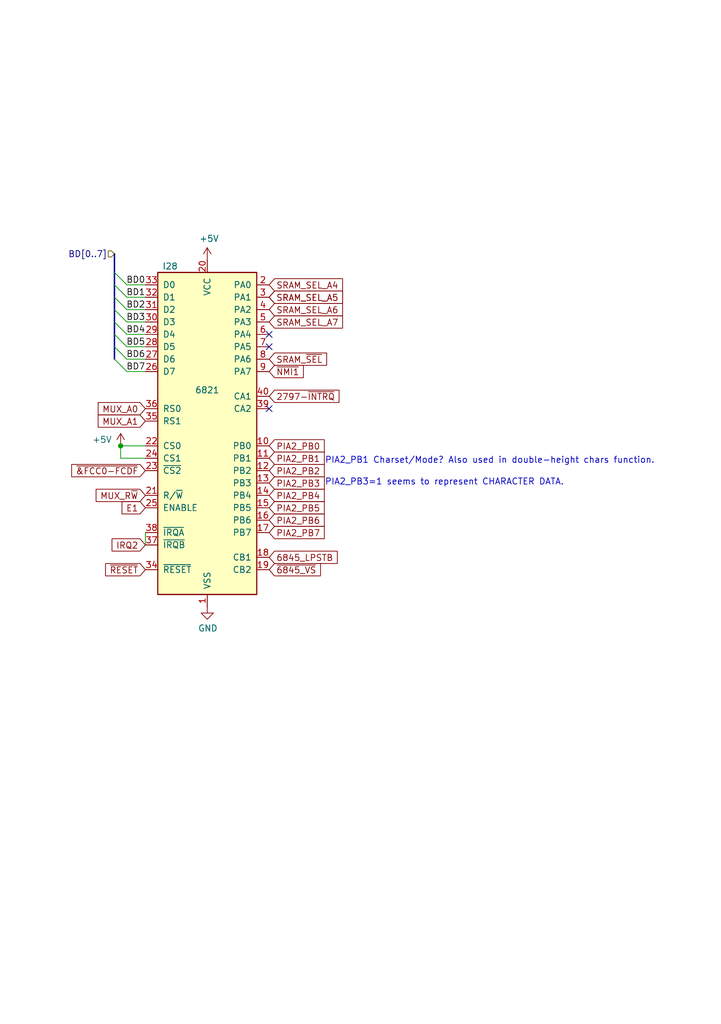
<source format=kicad_sch>
(kicad_sch (version 20211123) (generator eeschema)

  (uuid 2c7f194e-4495-4fdc-8feb-e71a81fd860a)

  (paper "A5" portrait)

  (title_block
    (date "2022-06-08")
    (rev "0.2")
    (company "DragonPlus Electronics")
    (comment 1 "John Whitworth")
    (comment 3 "including Richard Harding's Dragon Beta PCB images.")
    (comment 4 "Reverse Engineering of Dragon Beta from various sources")
  )

  (lib_symbols
    (symbol "Interface:6821" (pin_names (offset 1.016)) (in_bom yes) (on_board yes)
      (property "Reference" "U" (id 0) (at -7.62 34.29 0)
        (effects (font (size 1.27 1.27)) (justify right))
      )
      (property "Value" "6821" (id 1) (at 10.16 34.29 0)
        (effects (font (size 1.27 1.27)) (justify right))
      )
      (property "Footprint" "Package_DIP:DIP-40_W15.24mm" (id 2) (at 1.27 -34.29 0)
        (effects (font (size 1.27 1.27)) (justify left) hide)
      )
      (property "Datasheet" "http://pdf.datasheetcatalog.com/datasheet/motorola/6821.pdf" (id 3) (at 0 0 0)
        (effects (font (size 1.27 1.27)) hide)
      )
      (property "ki_keywords" "PIA" (id 4) (at 0 0 0)
        (effects (font (size 1.27 1.27)) hide)
      )
      (property "ki_description" "Peripheral Interface Adapter 1MHz, DIP-40" (id 5) (at 0 0 0)
        (effects (font (size 1.27 1.27)) hide)
      )
      (property "ki_fp_filters" "DIP*W15.24mm*" (id 6) (at 0 0 0)
        (effects (font (size 1.27 1.27)) hide)
      )
      (symbol "6821_0_1"
        (rectangle (start -10.16 -33.02) (end 10.16 33.02)
          (stroke (width 0.254) (type default) (color 0 0 0 0))
          (fill (type background))
        )
      )
      (symbol "6821_1_1"
        (pin power_in line (at 0 -35.56 90) (length 2.54)
          (name "VSS" (effects (font (size 1.27 1.27))))
          (number "1" (effects (font (size 1.27 1.27))))
        )
        (pin bidirectional line (at 12.7 -2.54 180) (length 2.54)
          (name "PB0" (effects (font (size 1.27 1.27))))
          (number "10" (effects (font (size 1.27 1.27))))
        )
        (pin bidirectional line (at 12.7 -5.08 180) (length 2.54)
          (name "PB1" (effects (font (size 1.27 1.27))))
          (number "11" (effects (font (size 1.27 1.27))))
        )
        (pin bidirectional line (at 12.7 -7.62 180) (length 2.54)
          (name "PB2" (effects (font (size 1.27 1.27))))
          (number "12" (effects (font (size 1.27 1.27))))
        )
        (pin bidirectional line (at 12.7 -10.16 180) (length 2.54)
          (name "PB3" (effects (font (size 1.27 1.27))))
          (number "13" (effects (font (size 1.27 1.27))))
        )
        (pin bidirectional line (at 12.7 -12.7 180) (length 2.54)
          (name "PB4" (effects (font (size 1.27 1.27))))
          (number "14" (effects (font (size 1.27 1.27))))
        )
        (pin bidirectional line (at 12.7 -15.24 180) (length 2.54)
          (name "PB5" (effects (font (size 1.27 1.27))))
          (number "15" (effects (font (size 1.27 1.27))))
        )
        (pin bidirectional line (at 12.7 -17.78 180) (length 2.54)
          (name "PB6" (effects (font (size 1.27 1.27))))
          (number "16" (effects (font (size 1.27 1.27))))
        )
        (pin bidirectional line (at 12.7 -20.32 180) (length 2.54)
          (name "PB7" (effects (font (size 1.27 1.27))))
          (number "17" (effects (font (size 1.27 1.27))))
        )
        (pin input line (at 12.7 -25.4 180) (length 2.54)
          (name "CB1" (effects (font (size 1.27 1.27))))
          (number "18" (effects (font (size 1.27 1.27))))
        )
        (pin bidirectional line (at 12.7 -27.94 180) (length 2.54)
          (name "CB2" (effects (font (size 1.27 1.27))))
          (number "19" (effects (font (size 1.27 1.27))))
        )
        (pin bidirectional line (at 12.7 30.48 180) (length 2.54)
          (name "PA0" (effects (font (size 1.27 1.27))))
          (number "2" (effects (font (size 1.27 1.27))))
        )
        (pin power_in line (at 0 35.56 270) (length 2.54)
          (name "VCC" (effects (font (size 1.27 1.27))))
          (number "20" (effects (font (size 1.27 1.27))))
        )
        (pin input line (at -12.7 -12.7 0) (length 2.54)
          (name "R/~{W}" (effects (font (size 1.27 1.27))))
          (number "21" (effects (font (size 1.27 1.27))))
        )
        (pin input line (at -12.7 -2.54 0) (length 2.54)
          (name "CS0" (effects (font (size 1.27 1.27))))
          (number "22" (effects (font (size 1.27 1.27))))
        )
        (pin input line (at -12.7 -7.62 0) (length 2.54)
          (name "~{CS2}" (effects (font (size 1.27 1.27))))
          (number "23" (effects (font (size 1.27 1.27))))
        )
        (pin input line (at -12.7 -5.08 0) (length 2.54)
          (name "CS1" (effects (font (size 1.27 1.27))))
          (number "24" (effects (font (size 1.27 1.27))))
        )
        (pin input line (at -12.7 -15.24 0) (length 2.54)
          (name "ENABLE" (effects (font (size 1.27 1.27))))
          (number "25" (effects (font (size 1.27 1.27))))
        )
        (pin bidirectional line (at -12.7 12.7 0) (length 2.54)
          (name "D7" (effects (font (size 1.27 1.27))))
          (number "26" (effects (font (size 1.27 1.27))))
        )
        (pin bidirectional line (at -12.7 15.24 0) (length 2.54)
          (name "D6" (effects (font (size 1.27 1.27))))
          (number "27" (effects (font (size 1.27 1.27))))
        )
        (pin bidirectional line (at -12.7 17.78 0) (length 2.54)
          (name "D5" (effects (font (size 1.27 1.27))))
          (number "28" (effects (font (size 1.27 1.27))))
        )
        (pin bidirectional line (at -12.7 20.32 0) (length 2.54)
          (name "D4" (effects (font (size 1.27 1.27))))
          (number "29" (effects (font (size 1.27 1.27))))
        )
        (pin bidirectional line (at 12.7 27.94 180) (length 2.54)
          (name "PA1" (effects (font (size 1.27 1.27))))
          (number "3" (effects (font (size 1.27 1.27))))
        )
        (pin bidirectional line (at -12.7 22.86 0) (length 2.54)
          (name "D3" (effects (font (size 1.27 1.27))))
          (number "30" (effects (font (size 1.27 1.27))))
        )
        (pin bidirectional line (at -12.7 25.4 0) (length 2.54)
          (name "D2" (effects (font (size 1.27 1.27))))
          (number "31" (effects (font (size 1.27 1.27))))
        )
        (pin bidirectional line (at -12.7 27.94 0) (length 2.54)
          (name "D1" (effects (font (size 1.27 1.27))))
          (number "32" (effects (font (size 1.27 1.27))))
        )
        (pin bidirectional line (at -12.7 30.48 0) (length 2.54)
          (name "D0" (effects (font (size 1.27 1.27))))
          (number "33" (effects (font (size 1.27 1.27))))
        )
        (pin input line (at -12.7 -27.94 0) (length 2.54)
          (name "~{RESET}" (effects (font (size 1.27 1.27))))
          (number "34" (effects (font (size 1.27 1.27))))
        )
        (pin input line (at -12.7 2.54 0) (length 2.54)
          (name "RS1" (effects (font (size 1.27 1.27))))
          (number "35" (effects (font (size 1.27 1.27))))
        )
        (pin input line (at -12.7 5.08 0) (length 2.54)
          (name "RS0" (effects (font (size 1.27 1.27))))
          (number "36" (effects (font (size 1.27 1.27))))
        )
        (pin open_collector line (at -12.7 -22.86 0) (length 2.54)
          (name "~{IRQB}" (effects (font (size 1.27 1.27))))
          (number "37" (effects (font (size 1.27 1.27))))
        )
        (pin open_collector line (at -12.7 -20.32 0) (length 2.54)
          (name "~{IRQA}" (effects (font (size 1.27 1.27))))
          (number "38" (effects (font (size 1.27 1.27))))
        )
        (pin bidirectional line (at 12.7 5.08 180) (length 2.54)
          (name "CA2" (effects (font (size 1.27 1.27))))
          (number "39" (effects (font (size 1.27 1.27))))
        )
        (pin bidirectional line (at 12.7 25.4 180) (length 2.54)
          (name "PA2" (effects (font (size 1.27 1.27))))
          (number "4" (effects (font (size 1.27 1.27))))
        )
        (pin input line (at 12.7 7.62 180) (length 2.54)
          (name "CA1" (effects (font (size 1.27 1.27))))
          (number "40" (effects (font (size 1.27 1.27))))
        )
        (pin bidirectional line (at 12.7 22.86 180) (length 2.54)
          (name "PA3" (effects (font (size 1.27 1.27))))
          (number "5" (effects (font (size 1.27 1.27))))
        )
        (pin bidirectional line (at 12.7 20.32 180) (length 2.54)
          (name "PA4" (effects (font (size 1.27 1.27))))
          (number "6" (effects (font (size 1.27 1.27))))
        )
        (pin bidirectional line (at 12.7 17.78 180) (length 2.54)
          (name "PA5" (effects (font (size 1.27 1.27))))
          (number "7" (effects (font (size 1.27 1.27))))
        )
        (pin bidirectional line (at 12.7 15.24 180) (length 2.54)
          (name "PA6" (effects (font (size 1.27 1.27))))
          (number "8" (effects (font (size 1.27 1.27))))
        )
        (pin bidirectional line (at 12.7 12.7 180) (length 2.54)
          (name "PA7" (effects (font (size 1.27 1.27))))
          (number "9" (effects (font (size 1.27 1.27))))
        )
      )
    )
    (symbol "power:+5V" (power) (pin_names (offset 0)) (in_bom yes) (on_board yes)
      (property "Reference" "#PWR" (id 0) (at 0 -3.81 0)
        (effects (font (size 1.27 1.27)) hide)
      )
      (property "Value" "+5V" (id 1) (at 0 3.556 0)
        (effects (font (size 1.27 1.27)))
      )
      (property "Footprint" "" (id 2) (at 0 0 0)
        (effects (font (size 1.27 1.27)) hide)
      )
      (property "Datasheet" "" (id 3) (at 0 0 0)
        (effects (font (size 1.27 1.27)) hide)
      )
      (property "ki_keywords" "power-flag" (id 4) (at 0 0 0)
        (effects (font (size 1.27 1.27)) hide)
      )
      (property "ki_description" "Power symbol creates a global label with name \"+5V\"" (id 5) (at 0 0 0)
        (effects (font (size 1.27 1.27)) hide)
      )
      (symbol "+5V_0_1"
        (polyline
          (pts
            (xy -0.762 1.27)
            (xy 0 2.54)
          )
          (stroke (width 0) (type default) (color 0 0 0 0))
          (fill (type none))
        )
        (polyline
          (pts
            (xy 0 0)
            (xy 0 2.54)
          )
          (stroke (width 0) (type default) (color 0 0 0 0))
          (fill (type none))
        )
        (polyline
          (pts
            (xy 0 2.54)
            (xy 0.762 1.27)
          )
          (stroke (width 0) (type default) (color 0 0 0 0))
          (fill (type none))
        )
      )
      (symbol "+5V_1_1"
        (pin power_in line (at 0 0 90) (length 0) hide
          (name "+5V" (effects (font (size 1.27 1.27))))
          (number "1" (effects (font (size 1.27 1.27))))
        )
      )
    )
    (symbol "power:GND" (power) (pin_names (offset 0)) (in_bom yes) (on_board yes)
      (property "Reference" "#PWR" (id 0) (at 0 -6.35 0)
        (effects (font (size 1.27 1.27)) hide)
      )
      (property "Value" "GND" (id 1) (at 0 -3.81 0)
        (effects (font (size 1.27 1.27)))
      )
      (property "Footprint" "" (id 2) (at 0 0 0)
        (effects (font (size 1.27 1.27)) hide)
      )
      (property "Datasheet" "" (id 3) (at 0 0 0)
        (effects (font (size 1.27 1.27)) hide)
      )
      (property "ki_keywords" "power-flag" (id 4) (at 0 0 0)
        (effects (font (size 1.27 1.27)) hide)
      )
      (property "ki_description" "Power symbol creates a global label with name \"GND\" , ground" (id 5) (at 0 0 0)
        (effects (font (size 1.27 1.27)) hide)
      )
      (symbol "GND_0_1"
        (polyline
          (pts
            (xy 0 0)
            (xy 0 -1.27)
            (xy 1.27 -1.27)
            (xy 0 -2.54)
            (xy -1.27 -1.27)
            (xy 0 -1.27)
          )
          (stroke (width 0) (type default) (color 0 0 0 0))
          (fill (type none))
        )
      )
      (symbol "GND_1_1"
        (pin power_in line (at 0 0 270) (length 0) hide
          (name "GND" (effects (font (size 1.27 1.27))))
          (number "1" (effects (font (size 1.27 1.27))))
        )
      )
    )
  )

  (junction (at 24.765 91.44) (diameter 0) (color 0 0 0 0)
    (uuid 86bba780-a183-42d2-86e6-b1ca627942a1)
  )

  (no_connect (at 55.245 68.58) (uuid bbbec8e6-931b-4b66-b83a-b27ea451d294))
  (no_connect (at 55.245 71.12) (uuid bbbec8e6-931b-4b66-b83a-b27ea451d295))
  (no_connect (at 55.245 83.82) (uuid bbbec8e6-931b-4b66-b83a-b27ea451d296))

  (bus_entry (at 23.495 71.12) (size 2.54 2.54)
    (stroke (width 0) (type default) (color 0 0 0 0))
    (uuid 0ceef4c0-1081-4e21-b370-88a8d72ec333)
  )
  (bus_entry (at 23.495 73.66) (size 2.54 2.54)
    (stroke (width 0) (type default) (color 0 0 0 0))
    (uuid 0e3aa148-4292-4380-9408-1e897be8da4f)
  )
  (bus_entry (at 23.495 68.58) (size 2.54 2.54)
    (stroke (width 0) (type default) (color 0 0 0 0))
    (uuid 1b6100b1-6db6-46ed-838f-9445ada9c264)
  )
  (bus_entry (at 23.495 66.04) (size 2.54 2.54)
    (stroke (width 0) (type default) (color 0 0 0 0))
    (uuid 2a393301-5f42-4cdb-951b-80f063c75605)
  )
  (bus_entry (at 23.495 58.42) (size 2.54 2.54)
    (stroke (width 0) (type default) (color 0 0 0 0))
    (uuid 3a11d195-28e0-457d-8a65-fd02d49a1f78)
  )
  (bus_entry (at 23.495 63.5) (size 2.54 2.54)
    (stroke (width 0) (type default) (color 0 0 0 0))
    (uuid a7065f1e-dcee-43b5-a342-a4982c31c272)
  )
  (bus_entry (at 23.495 55.88) (size 2.54 2.54)
    (stroke (width 0) (type default) (color 0 0 0 0))
    (uuid f08b78e3-00cc-4545-b76f-007757fa75b3)
  )
  (bus_entry (at 23.495 60.96) (size 2.54 2.54)
    (stroke (width 0) (type default) (color 0 0 0 0))
    (uuid f6bd7aba-1f99-4f1e-b21f-516a44b7739d)
  )

  (bus (pts (xy 23.495 55.88) (xy 23.495 58.42))
    (stroke (width 0) (type default) (color 0 0 0 0))
    (uuid 1a4f302e-e55b-48e6-859c-474a661622df)
  )

  (wire (pts (xy 29.845 58.42) (xy 26.035 58.42))
    (stroke (width 0) (type default) (color 0 0 0 0))
    (uuid 3398ffa0-8151-4ab9-9a1e-05a8f3e68625)
  )
  (bus (pts (xy 23.495 68.58) (xy 23.495 71.12))
    (stroke (width 0) (type default) (color 0 0 0 0))
    (uuid 342c6595-0f1a-4bc8-9e58-2f6db824c7f8)
  )

  (wire (pts (xy 26.035 76.2) (xy 29.845 76.2))
    (stroke (width 0) (type default) (color 0 0 0 0))
    (uuid 59b84cf5-8fad-4fea-b0b7-c97376d20370)
  )
  (wire (pts (xy 24.765 93.98) (xy 24.765 91.44))
    (stroke (width 0) (type default) (color 0 0 0 0))
    (uuid 5b55646c-afd9-4127-85d7-7d899753820b)
  )
  (bus (pts (xy 23.495 58.42) (xy 23.495 60.96))
    (stroke (width 0) (type default) (color 0 0 0 0))
    (uuid 5c66f6d6-8add-4968-9cd2-e88293e64c8c)
  )
  (bus (pts (xy 23.495 71.12) (xy 23.495 73.66))
    (stroke (width 0) (type default) (color 0 0 0 0))
    (uuid 80b6ad43-72c2-4f09-a91d-9e3cb44657cb)
  )

  (wire (pts (xy 26.035 63.5) (xy 29.845 63.5))
    (stroke (width 0) (type default) (color 0 0 0 0))
    (uuid 866c2804-79f0-42ad-b60b-35330f41683f)
  )
  (bus (pts (xy 23.495 60.96) (xy 23.495 63.5))
    (stroke (width 0) (type default) (color 0 0 0 0))
    (uuid 95b722a8-bc00-4893-82ea-a505cb32d06b)
  )

  (wire (pts (xy 26.035 66.04) (xy 29.845 66.04))
    (stroke (width 0) (type default) (color 0 0 0 0))
    (uuid 994fc6db-04e3-467f-a34e-4a116e6eee69)
  )
  (wire (pts (xy 26.035 71.12) (xy 29.845 71.12))
    (stroke (width 0) (type default) (color 0 0 0 0))
    (uuid 9e68a39c-8e96-496e-9540-23ea32b85a2c)
  )
  (bus (pts (xy 23.495 52.07) (xy 23.495 55.88))
    (stroke (width 0) (type default) (color 0 0 0 0))
    (uuid a99fd9b5-8940-4c26-9884-c49137a564b7)
  )

  (wire (pts (xy 26.035 60.96) (xy 29.845 60.96))
    (stroke (width 0) (type default) (color 0 0 0 0))
    (uuid b2a6f153-6152-4b4a-a95b-ba79228f774c)
  )
  (bus (pts (xy 23.495 63.5) (xy 23.495 66.04))
    (stroke (width 0) (type default) (color 0 0 0 0))
    (uuid b66c8b20-cbc1-4d28-abc7-ad990ea20187)
  )

  (wire (pts (xy 26.035 68.58) (xy 29.845 68.58))
    (stroke (width 0) (type default) (color 0 0 0 0))
    (uuid b7378d4f-15e7-48c2-b38c-9dd31063481b)
  )
  (wire (pts (xy 29.845 109.22) (xy 29.845 111.76))
    (stroke (width 0) (type default) (color 0 0 0 0))
    (uuid b8e9f158-11ed-47d8-aeca-b823f9f18779)
  )
  (wire (pts (xy 29.845 91.44) (xy 24.765 91.44))
    (stroke (width 0) (type default) (color 0 0 0 0))
    (uuid c9549976-7e08-4d60-8899-3ba07e9939f9)
  )
  (wire (pts (xy 26.035 73.66) (xy 29.845 73.66))
    (stroke (width 0) (type default) (color 0 0 0 0))
    (uuid cb0f55e2-3db9-424f-95d5-cc3e943c6710)
  )
  (wire (pts (xy 29.845 93.98) (xy 24.765 93.98))
    (stroke (width 0) (type default) (color 0 0 0 0))
    (uuid e48c2411-8cec-4a56-a964-fc311cc46655)
  )
  (bus (pts (xy 23.495 66.04) (xy 23.495 68.58))
    (stroke (width 0) (type default) (color 0 0 0 0))
    (uuid ee8a9136-48ec-49c6-8fa5-6b15495547fa)
  )

  (text "PIA2_PB1 Charset/Mode? Also used in double-height chars function."
    (at 66.675 95.25 0)
    (effects (font (size 1.27 1.27)) (justify left bottom))
    (uuid 242bf5a0-d8e5-4aa1-912b-805b8ce485d2)
  )
  (text "PIA2_PB3=1 seems to represent CHARACTER DATA." (at 66.675 99.695 0)
    (effects (font (size 1.27 1.27)) (justify left bottom))
    (uuid 311c55a3-2760-40ad-8031-7c26fa9052a7)
  )

  (label "BD1" (at 29.845 60.96 180)
    (effects (font (size 1.27 1.27)) (justify right bottom))
    (uuid 02bc6b3e-0522-400e-b6b8-d18c2cfd2960)
  )
  (label "BD4" (at 29.845 68.58 180)
    (effects (font (size 1.27 1.27)) (justify right bottom))
    (uuid 0f47421c-1e82-4036-b8e8-a06d02b43b87)
  )
  (label "BD3" (at 29.845 66.04 180)
    (effects (font (size 1.27 1.27)) (justify right bottom))
    (uuid 1913ae2c-1bc2-48d9-914f-4c532d02ffb4)
  )
  (label "BD7" (at 29.845 76.2 180)
    (effects (font (size 1.27 1.27)) (justify right bottom))
    (uuid 4b9a1e55-d75d-425c-9459-6ce1d0c58dbe)
  )
  (label "BD6" (at 29.845 73.66 180)
    (effects (font (size 1.27 1.27)) (justify right bottom))
    (uuid 6d025ced-6ac4-4b51-9abd-c7c1dda9f9b8)
  )
  (label "BD0" (at 29.845 58.42 180)
    (effects (font (size 1.27 1.27)) (justify right bottom))
    (uuid 8e10817d-5099-439b-9504-1c054cce61ce)
  )
  (label "BD5" (at 29.845 71.12 180)
    (effects (font (size 1.27 1.27)) (justify right bottom))
    (uuid bcc40fb8-020a-4739-8e85-82c40b31a03a)
  )
  (label "BD2" (at 29.845 63.5 180)
    (effects (font (size 1.27 1.27)) (justify right bottom))
    (uuid d44b001a-c4b5-4120-9284-6c7991794e28)
  )

  (global_label "PIA2_PB7" (shape input) (at 55.245 109.22 0) (fields_autoplaced)
    (effects (font (size 1.27 1.27)) (justify left))
    (uuid 001e2ab6-998e-46c3-b909-18e1a6eca211)
    (property "Intersheet References" "${INTERSHEET_REFS}" (id 0) (at 66.4592 109.1406 0)
      (effects (font (size 1.27 1.27)) (justify left) hide)
    )
  )
  (global_label "~{&FCC0-FCDF}" (shape input) (at 29.845 96.52 180) (fields_autoplaced)
    (effects (font (size 1.27 1.27)) (justify right))
    (uuid 0ed109e5-edd5-439f-b273-feb99c9700a5)
    (property "Intersheet References" "${INTERSHEET_REFS}" (id 0) (at 14.8208 96.4406 0)
      (effects (font (size 1.27 1.27)) (justify right) hide)
    )
  )
  (global_label "PIA2_PB1" (shape input) (at 55.245 93.98 0) (fields_autoplaced)
    (effects (font (size 1.27 1.27)) (justify left))
    (uuid 1759a3f8-1314-4b50-8195-fee937c61061)
    (property "Intersheet References" "${INTERSHEET_REFS}" (id 0) (at 66.4592 93.9006 0)
      (effects (font (size 1.27 1.27)) (justify left) hide)
    )
  )
  (global_label "PIA2_PB5" (shape input) (at 55.245 104.14 0) (fields_autoplaced)
    (effects (font (size 1.27 1.27)) (justify left))
    (uuid 1b685b12-88f4-4d4c-bb87-145ce08947c0)
    (property "Intersheet References" "${INTERSHEET_REFS}" (id 0) (at 66.4592 104.0606 0)
      (effects (font (size 1.27 1.27)) (justify left) hide)
    )
  )
  (global_label "PIA2_PB3" (shape input) (at 55.245 99.06 0) (fields_autoplaced)
    (effects (font (size 1.27 1.27)) (justify left))
    (uuid 1f0fb227-9da9-49d1-88db-e47f3a92bbda)
    (property "Intersheet References" "${INTERSHEET_REFS}" (id 0) (at 66.4592 98.9806 0)
      (effects (font (size 1.27 1.27)) (justify left) hide)
    )
  )
  (global_label "MUX_R~{W}" (shape input) (at 29.845 101.6 180) (fields_autoplaced)
    (effects (font (size 1.27 1.27)) (justify right))
    (uuid 2ce8fc04-dee9-4db8-90b8-839b250529bc)
    (property "Intersheet References" "${INTERSHEET_REFS}" (id 0) (at -104.775 7.62 0)
      (effects (font (size 1.27 1.27)) hide)
    )
  )
  (global_label "PIA2_PB4" (shape input) (at 55.245 101.6 0) (fields_autoplaced)
    (effects (font (size 1.27 1.27)) (justify left))
    (uuid 323ca2c9-6779-46e6-ae88-36ed12c78169)
    (property "Intersheet References" "${INTERSHEET_REFS}" (id 0) (at 66.4592 101.5206 0)
      (effects (font (size 1.27 1.27)) (justify left) hide)
    )
  )
  (global_label "~{6845_VS}" (shape input) (at 55.245 116.84 0) (fields_autoplaced)
    (effects (font (size 1.27 1.27)) (justify left))
    (uuid 335ff4a8-9d25-4b23-a205-4ec293c14ce1)
    (property "Intersheet References" "${INTERSHEET_REFS}" (id 0) (at 65.673 116.9194 0)
      (effects (font (size 1.27 1.27)) (justify left) hide)
    )
  )
  (global_label "SRAM_SEL_A4" (shape input) (at 55.245 58.42 0) (fields_autoplaced)
    (effects (font (size 1.27 1.27)) (justify left))
    (uuid 37081654-8f99-4a40-95a5-cb89ab90304e)
    (property "Intersheet References" "${INTERSHEET_REFS}" (id 0) (at 70.2087 58.3406 0)
      (effects (font (size 1.27 1.27)) (justify left) hide)
    )
  )
  (global_label "~{NMI1}" (shape input) (at 55.245 76.2 0) (fields_autoplaced)
    (effects (font (size 1.27 1.27)) (justify left))
    (uuid 4584a5f3-33a1-433b-bcb7-9430418cdcbd)
    (property "Intersheet References" "${INTERSHEET_REFS}" (id 0) (at 62.1654 76.2794 0)
      (effects (font (size 1.27 1.27)) (justify left) hide)
    )
  )
  (global_label "E1" (shape input) (at 29.845 104.14 180) (fields_autoplaced)
    (effects (font (size 1.27 1.27)) (justify right))
    (uuid 5117bf1f-f56f-4a13-ba2d-7f946b8a8769)
    (property "Intersheet References" "${INTERSHEET_REFS}" (id 0) (at 25.1622 104.2194 0)
      (effects (font (size 1.27 1.27)) (justify right) hide)
    )
  )
  (global_label "PIA2_PB0" (shape input) (at 55.245 91.44 0) (fields_autoplaced)
    (effects (font (size 1.27 1.27)) (justify left))
    (uuid 58044c9a-1173-4502-9b9f-7461d296a83d)
    (property "Intersheet References" "${INTERSHEET_REFS}" (id 0) (at 66.4592 91.3606 0)
      (effects (font (size 1.27 1.27)) (justify left) hide)
    )
  )
  (global_label "PIA2_PB2" (shape input) (at 55.245 96.52 0) (fields_autoplaced)
    (effects (font (size 1.27 1.27)) (justify left))
    (uuid 5a460d2e-0a23-4d7e-b24c-7c1b900eb894)
    (property "Intersheet References" "${INTERSHEET_REFS}" (id 0) (at 66.4592 96.4406 0)
      (effects (font (size 1.27 1.27)) (justify left) hide)
    )
  )
  (global_label "SRAM_SEL_A5" (shape input) (at 55.245 60.96 0) (fields_autoplaced)
    (effects (font (size 1.27 1.27)) (justify left))
    (uuid 6b63c3f1-cb79-43f4-b3b7-e06a4c338b30)
    (property "Intersheet References" "${INTERSHEET_REFS}" (id 0) (at 70.2087 60.8806 0)
      (effects (font (size 1.27 1.27)) (justify left) hide)
    )
  )
  (global_label "SRAM_SEL_A5" (shape input) (at 55.245 60.96 0) (fields_autoplaced)
    (effects (font (size 1.27 1.27)) (justify left))
    (uuid 6beba094-b596-4a19-8e41-d8b7b9883f88)
    (property "Intersheet References" "${INTERSHEET_REFS}" (id 0) (at 70.2087 60.8806 0)
      (effects (font (size 1.27 1.27)) (justify left) hide)
    )
  )
  (global_label "~{RESET}" (shape input) (at 29.845 116.84 180) (fields_autoplaced)
    (effects (font (size 1.27 1.27)) (justify right))
    (uuid 842b154c-9529-411b-a7d0-b1f82e4e4fbf)
    (property "Intersheet References" "${INTERSHEET_REFS}" (id 0) (at 21.7756 116.7606 0)
      (effects (font (size 1.27 1.27)) (justify right) hide)
    )
  )
  (global_label "IRQ2" (shape input) (at 29.845 111.76 180) (fields_autoplaced)
    (effects (font (size 1.27 1.27)) (justify right))
    (uuid 9a685b37-4a30-4b2a-9c54-4a8e4fc58508)
    (property "Intersheet References" "${INTERSHEET_REFS}" (id 0) (at -104.775 7.62 0)
      (effects (font (size 1.27 1.27)) hide)
    )
  )
  (global_label "PIA2_PB6" (shape input) (at 55.245 106.68 0) (fields_autoplaced)
    (effects (font (size 1.27 1.27)) (justify left))
    (uuid 9fa600cb-5efd-47a1-bcb6-2f17ed0492c7)
    (property "Intersheet References" "${INTERSHEET_REFS}" (id 0) (at 66.4592 106.6006 0)
      (effects (font (size 1.27 1.27)) (justify left) hide)
    )
  )
  (global_label "6845_LPSTB" (shape input) (at 55.245 114.3 0) (fields_autoplaced)
    (effects (font (size 1.27 1.27)) (justify left))
    (uuid a6f57fa2-2119-438f-ae2d-69ee06247d66)
    (property "Intersheet References" "${INTERSHEET_REFS}" (id 0) (at 69.1202 114.3794 0)
      (effects (font (size 1.27 1.27)) (justify left) hide)
    )
  )
  (global_label "SRAM_~{SEL}" (shape input) (at 55.245 73.66 0) (fields_autoplaced)
    (effects (font (size 1.27 1.27)) (justify left))
    (uuid b65d545f-09b3-49cc-ba93-08687c0e9554)
    (property "Intersheet References" "${INTERSHEET_REFS}" (id 0) (at 66.943 73.5806 0)
      (effects (font (size 1.27 1.27)) (justify left) hide)
    )
  )
  (global_label "2797-~{INTRQ}" (shape input) (at 55.245 81.28 0) (fields_autoplaced)
    (effects (font (size 1.27 1.27)) (justify left))
    (uuid bf93b460-3b27-4e3c-b176-7b66cc967b01)
    (property "Intersheet References" "${INTERSHEET_REFS}" (id 0) (at 69.483 81.2006 0)
      (effects (font (size 1.27 1.27)) (justify left) hide)
    )
  )
  (global_label "SRAM_SEL_A6" (shape input) (at 55.245 63.5 0) (fields_autoplaced)
    (effects (font (size 1.27 1.27)) (justify left))
    (uuid ce9b12c5-5eca-4ecd-a21a-d1fce85939c4)
    (property "Intersheet References" "${INTERSHEET_REFS}" (id 0) (at 70.2087 63.4206 0)
      (effects (font (size 1.27 1.27)) (justify left) hide)
    )
  )
  (global_label "MUX_A0" (shape input) (at 29.845 83.82 180) (fields_autoplaced)
    (effects (font (size 1.27 1.27)) (justify right))
    (uuid deb8b548-1fdc-4185-a2d9-4b0b1d64d60f)
    (property "Intersheet References" "${INTERSHEET_REFS}" (id 0) (at 20.2637 83.8994 0)
      (effects (font (size 1.27 1.27)) (justify right) hide)
    )
  )
  (global_label "SRAM_SEL_A7" (shape input) (at 55.245 66.04 0) (fields_autoplaced)
    (effects (font (size 1.27 1.27)) (justify left))
    (uuid f15e4280-575b-4d28-8d80-5228fb762fc8)
    (property "Intersheet References" "${INTERSHEET_REFS}" (id 0) (at 70.2087 65.9606 0)
      (effects (font (size 1.27 1.27)) (justify left) hide)
    )
  )
  (global_label "MUX_A1" (shape input) (at 29.845 86.36 180) (fields_autoplaced)
    (effects (font (size 1.27 1.27)) (justify right))
    (uuid fbaa0dfc-f31f-473f-9b18-bbdf4097b856)
    (property "Intersheet References" "${INTERSHEET_REFS}" (id 0) (at 20.2637 86.2806 0)
      (effects (font (size 1.27 1.27)) (justify right) hide)
    )
  )

  (hierarchical_label "BD[0..7]" (shape input) (at 23.495 52.07 180)
    (effects (font (size 1.27 1.27)) (justify right))
    (uuid 09526a0f-66b4-4763-b3df-6bad533d60b5)
  )

  (symbol (lib_id "Interface:6821") (at 42.545 88.9 0) (unit 1)
    (in_bom yes) (on_board yes)
    (uuid 00000000-0000-0000-0000-0000615f6fe5)
    (property "Reference" "I28" (id 0) (at 34.925 54.61 0))
    (property "Value" "6821" (id 1) (at 42.545 80.01 0))
    (property "Footprint" "Package_DIP:DIP-40_W15.24mm" (id 2) (at 43.815 123.19 0)
      (effects (font (size 1.27 1.27)) (justify left) hide)
    )
    (property "Datasheet" "http://pdf.datasheetcatalog.com/datasheet/motorola/6821.pdf" (id 3) (at 42.545 88.9 0)
      (effects (font (size 1.27 1.27)) hide)
    )
    (pin "1" (uuid cfa4937b-26f6-46da-bfe2-415fd70d9280))
    (pin "10" (uuid 6c4b1cb5-28fe-4a21-b673-57689cec7a0f))
    (pin "11" (uuid 622324f2-ccdc-447d-80ca-0a3e1d4945cd))
    (pin "12" (uuid 010d7784-c0ba-4260-a355-29abc1f790ed))
    (pin "13" (uuid 705b8f51-f7dc-41db-a576-348942ab98c0))
    (pin "14" (uuid a6d3b3f0-40fb-4d37-89e8-59ad3a94115e))
    (pin "15" (uuid b9ff9e91-86a3-4117-b9c4-498ddf750420))
    (pin "16" (uuid 71f5e390-cdd1-42fa-b1c7-837ac3cffb11))
    (pin "17" (uuid e3a57fa7-2d08-46bb-a64e-43f6fa70d892))
    (pin "18" (uuid 12646a0c-a158-4f1c-9172-cd278d717c5e))
    (pin "19" (uuid 1a4a7057-8109-4558-8c43-4ece8cada4e4))
    (pin "2" (uuid 89a30908-afcd-4fb6-8f8d-a0fc75698fa2))
    (pin "20" (uuid a69f15af-2c81-4a78-859c-327d0eb6291d))
    (pin "21" (uuid 51b1686a-e6a9-407e-94df-9aef395b1fdd))
    (pin "22" (uuid 977f73d2-c7f9-4ee3-a3f0-3a1fc824367d))
    (pin "23" (uuid 9b4c5950-e877-4040-93da-0351b0d81c0f))
    (pin "24" (uuid 4b68314c-5283-4189-b91e-87fa0ab696c7))
    (pin "25" (uuid bae14663-1255-4fa3-a291-59f9a3e1c44b))
    (pin "26" (uuid e4ff58fd-81bf-41f7-b464-fa1a6c6d08b0))
    (pin "27" (uuid 80ac38aa-5bfa-41df-8074-b6403c838656))
    (pin "28" (uuid df9dc159-c6c4-4dab-9262-0bd1093f8f73))
    (pin "29" (uuid 93475722-f1cf-456a-a9d2-a1fe2d51a536))
    (pin "3" (uuid f9ad7817-9412-4437-9c9d-5afe8668ac74))
    (pin "30" (uuid b9fd162e-4153-4688-8ab4-2dad53dd855f))
    (pin "31" (uuid d64dbe11-da9c-402a-a5f0-41fa1fc63e45))
    (pin "32" (uuid 1de4167b-7f3d-43e6-ae5e-7b8fc90a6c9d))
    (pin "33" (uuid 820fa4b5-18e3-414c-8894-ddfd98012838))
    (pin "34" (uuid b9e7cb8e-4fae-4345-a048-fe3875abdb7c))
    (pin "35" (uuid 18478a6a-bd59-4072-b4ca-28214bc967f8))
    (pin "36" (uuid a8fb0681-334a-4820-b872-6413696159bd))
    (pin "37" (uuid ff849f14-35f8-410b-9e15-0b65bda6feb0))
    (pin "38" (uuid a172e2a0-5ec8-4335-91a6-e8a170f2fb17))
    (pin "39" (uuid c01c7c02-b5b9-4c6d-8353-54bbbde7a5b6))
    (pin "4" (uuid d15bf82b-4847-4179-90b6-49d630fce373))
    (pin "40" (uuid e1323877-28bc-4154-9628-7ea4f28724ba))
    (pin "5" (uuid 7c7e5129-f680-4b9a-9ed6-8042b010d8ed))
    (pin "6" (uuid be820bfe-aeab-445e-8537-63fca938256c))
    (pin "7" (uuid 8d168697-c57f-4cd5-8abe-a9e17a34a8cf))
    (pin "8" (uuid 680de55e-8191-4d37-86bf-0f30f7a45b8d))
    (pin "9" (uuid b3b7b9da-850f-4640-a038-8e957cbacb39))
  )

  (symbol (lib_id "power:+5V") (at 42.545 53.34 0) (unit 1)
    (in_bom yes) (on_board yes)
    (uuid 00000000-0000-0000-0000-0000615f6ff7)
    (property "Reference" "#PWR0406" (id 0) (at 42.545 57.15 0)
      (effects (font (size 1.27 1.27)) hide)
    )
    (property "Value" "+5V" (id 1) (at 42.926 48.9458 0))
    (property "Footprint" "" (id 2) (at 42.545 53.34 0)
      (effects (font (size 1.27 1.27)) hide)
    )
    (property "Datasheet" "" (id 3) (at 42.545 53.34 0)
      (effects (font (size 1.27 1.27)) hide)
    )
    (pin "1" (uuid e472a84f-6a5b-404e-9cfe-72d83c1d0376))
  )

  (symbol (lib_id "power:GND") (at 42.545 124.46 0) (unit 1)
    (in_bom yes) (on_board yes)
    (uuid 00000000-0000-0000-0000-0000615f6ffd)
    (property "Reference" "#PWR0419" (id 0) (at 42.545 130.81 0)
      (effects (font (size 1.27 1.27)) hide)
    )
    (property "Value" "GND" (id 1) (at 42.672 128.8542 0))
    (property "Footprint" "" (id 2) (at 42.545 124.46 0)
      (effects (font (size 1.27 1.27)) hide)
    )
    (property "Datasheet" "" (id 3) (at 42.545 124.46 0)
      (effects (font (size 1.27 1.27)) hide)
    )
    (pin "1" (uuid 6e4bb6f1-00e2-4a54-9c59-a6d500848743))
  )

  (symbol (lib_id "power:+5V") (at 24.765 91.44 0) (unit 1)
    (in_bom yes) (on_board yes)
    (uuid 00000000-0000-0000-0000-000061f61f32)
    (property "Reference" "#PWR0407" (id 0) (at 24.765 95.25 0)
      (effects (font (size 1.27 1.27)) hide)
    )
    (property "Value" "+5V" (id 1) (at 20.955 90.17 0))
    (property "Footprint" "" (id 2) (at 24.765 91.44 0)
      (effects (font (size 1.27 1.27)) hide)
    )
    (property "Datasheet" "" (id 3) (at 24.765 91.44 0)
      (effects (font (size 1.27 1.27)) hide)
    )
    (pin "1" (uuid 5d6729ca-b432-4b3c-afb3-0704a092a0ca))
  )
)

</source>
